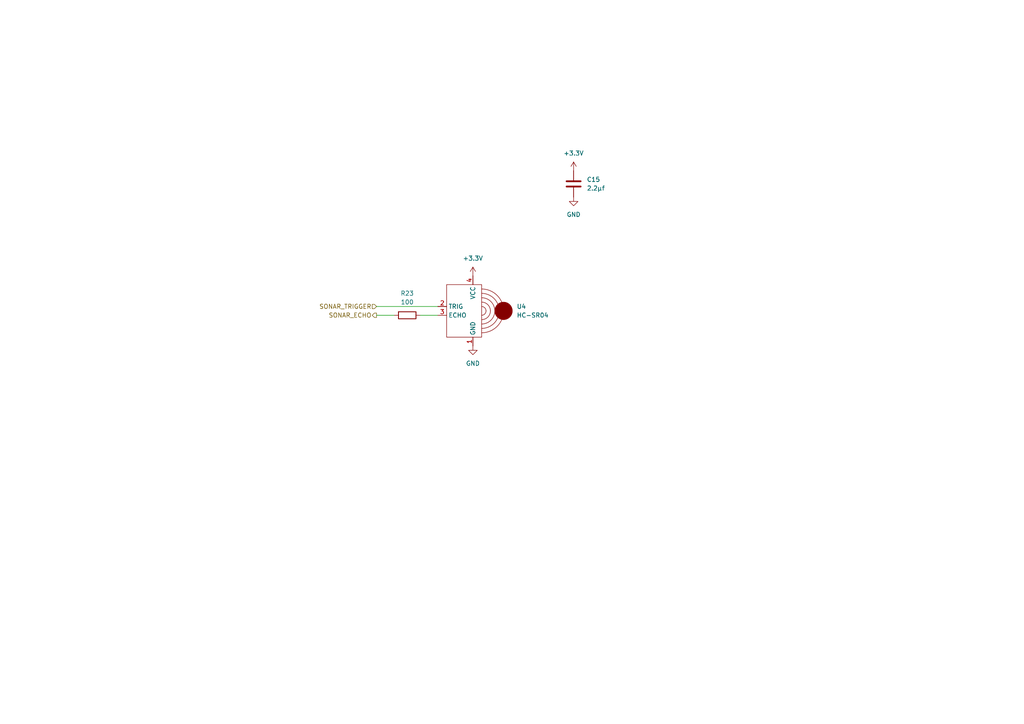
<source format=kicad_sch>
(kicad_sch (version 20230121) (generator eeschema)
  (paper "A4")
  (lib_symbols
    (symbol "Device:C" (pin_numbers hide) (pin_names (offset 0.254))
      (property "Reference" "C" (at 0.635 2.54 0))
      (property "Value" "C" (at 0.635 -2.54 0))
      (symbol "C_0_1"
        (polyline (pts (xy -2.032 -0.762) (xy 2.032 -0.762)) (stroke (width 0.508)))
        (polyline (pts (xy -2.032 0.762) (xy 2.032 0.762)) (stroke (width 0.508)))
      )
      (symbol "C_1_1"
        (pin passive line (at 0 3.81 270) (length 2.794) (name "~") (number "1"))
        (pin passive line (at 0 -3.81 90) (length 2.794) (name "~") (number "2"))
      )
    )
    (symbol "Device:R" (pin_numbers hide) (pin_names (offset 0))
      (property "Reference" "R" (at 2.032 0 90))
      (property "Value" "R" (at 0 0 90))
      (symbol "R_0_1"
        (rectangle (start -1.016 -2.54) (end 1.016 2.54) (stroke (width 0.254)))
      )
      (symbol "R_1_1"
        (pin passive line (at 0 3.81 270) (length 1.27) (name "~") (number "1"))
        (pin passive line (at 0 -3.81 90) (length 1.27) (name "~") (number "2"))
      )
    )
    (symbol "minimouse:HC-SR04"
      (property "Reference" "U" (at 0 0 0))
      (property "Value" "HC-SR04" (at 0 0 0))
      (symbol "HC-SR04_0_1"
        (rectangle (start -7.62 7.62) (end 2.54 -7.62))
        (arc (start 2.54 -6.35) (mid 7.0301 -4.4901) (end 8.89 0))
        (arc (start 2.54 -5.08) (mid 6.1321 -3.5921) (end 7.62 0))
        (arc (start 2.54 -3.81) (mid 5.2341 -2.6941) (end 6.35 0))
        (arc (start 2.54 -2.54) (mid 4.3361 -1.7961) (end 5.08 0))
        (arc (start 2.54 -1.27) (mid 3.438 -0.898) (end 3.81 0))
        (arc (start 3.81 0) (mid 3.438 0.898) (end 2.54 1.27))
        (arc (start 5.08 0) (mid 4.3361 1.7961) (end 2.54 2.54))
        (arc (start 6.35 0) (mid 5.2341 2.6941) (end 2.54 3.81))
        (arc (start 7.62 0) (mid 6.1321 3.5921) (end 2.54 5.08))
        (arc (start 8.89 0) (mid 7.0301 4.4901) (end 2.54 6.35))
      )
      (symbol "HC-SR04_1_1"
        (circle (center 8.89 0) (radius 2.54) (fill (type outline)))
        (pin power_in line (at 0 -10.16 90) (length 2.54) (name "GND") (number "1"))
        (pin input line (at -10.16 1.27 0) (length 2.54) (name "TRIG") (number "2"))
        (pin output line (at -10.16 -1.27 0) (length 2.54) (name "ECHO") (number "3"))
        (pin power_in line (at 0 10.16 270) (length 2.54) (name "VCC") (number "4"))
      )
    )
    (symbol "power:+3.3V" (power) (pin_names (offset 0))
      (property "Value" "+3.3V" (at 0 3.556 0))
      (symbol "+3.3V_0_1"
        (polyline (pts (xy -0.762 1.27) (xy 0 2.54)))
        (polyline (pts (xy 0 0) (xy 0 2.54)))
        (polyline (pts (xy 0 2.54) (xy 0.762 1.27)))
      )
      (symbol "+3.3V_1_1"
        (pin power_in line (at 0 0 90) (length 0) hide (name "+3.3V") (number "1"))
      )
    )
    (symbol "power:GND" (power) (pin_names (offset 0))
      (property "Value" "GND" (at 0 -3.81 0))
      (symbol "GND_0_1"
        (polyline (pts (xy 0 0) (xy 0 -1.27) (xy 1.27 -1.27) (xy 0 -2.54) (xy -1.27 -1.27) (xy 0 -1.27)))
      )
      (symbol "GND_1_1"
        (pin power_in line (at 0 0 270) (length 0) hide (name "GND") (number "1"))
      )
    )
  )
  (wire (pts (xy 109.22 91.44) (xy 114.3 91.44)))
  (wire (pts (xy 121.92 91.44) (xy 127 91.44)))
  (wire (pts (xy 109.22 88.9) (xy 127 88.9)))
  (hierarchical_label "SONAR_TRIGGER" (shape input) (at 109.22 88.9 180))
  (hierarchical_label "SONAR_ECHO" (shape output) (at 109.22 91.44 180))
  (symbol (lib_id "power:GND") (at 166.37 57.15 0) (unit 1)
    (property "Reference" "#PWR033" (effects hide))
    (property "Value" "GND" (at 166.37 62.23 0))
  )
  (symbol (lib_id "Device:C") (at 166.37 53.34 0) (unit 1)
    (property "Reference" "C15" (at 170.18 52.07 0) (effects (justify left)))
    (property "Value" "2.2µf" (at 170.18 54.61 0) (effects (justify left)))
    (property "Footprint" "Capacitor_SMD:C_0603_1608Metric" (effects hide))
  )
  (symbol (lib_id "Device:R") (at 118.11 91.44 90) (unit 1)
    (property "Reference" "R23" (at 118.11 85.09 90))
    (property "Value" "100" (at 118.11 87.63 90))
    (property "Footprint" "Resistor_SMD:R_0603_1608Metric" (effects hide))
  )
  (symbol (lib_id "power:+3.3V") (at 137.16 80.01 0) (unit 1)
    (property "Reference" "#PWR032" (effects hide))
    (property "Value" "+3.3V" (at 137.16 74.93 0))
  )
  (symbol (lib_id "power:GND") (at 137.16 100.33 0) (unit 1)
    (property "Reference" "#PWR031" (effects hide))
    (property "Value" "GND" (at 137.16 105.41 0))
  )
  (symbol (lib_id "minimouse:HC-SR04") (at 137.16 90.17 0) (unit 1)
    (property "Reference" "U4" (at 149.86 88.9 0) (effects (justify left)))
    (property "Value" "HC-SR04" (at 149.86 91.44 0) (effects (justify left)))
    (property "Footprint" "minimouse:HC-SR04" (effects hide))
  )
  (symbol (lib_id "power:+3.3V") (at 166.37 49.53 0) (unit 1)
    (property "Reference" "#PWR034" (effects hide))
    (property "Value" "+3.3V" (at 166.37 44.45 0))
  )
)
</source>
